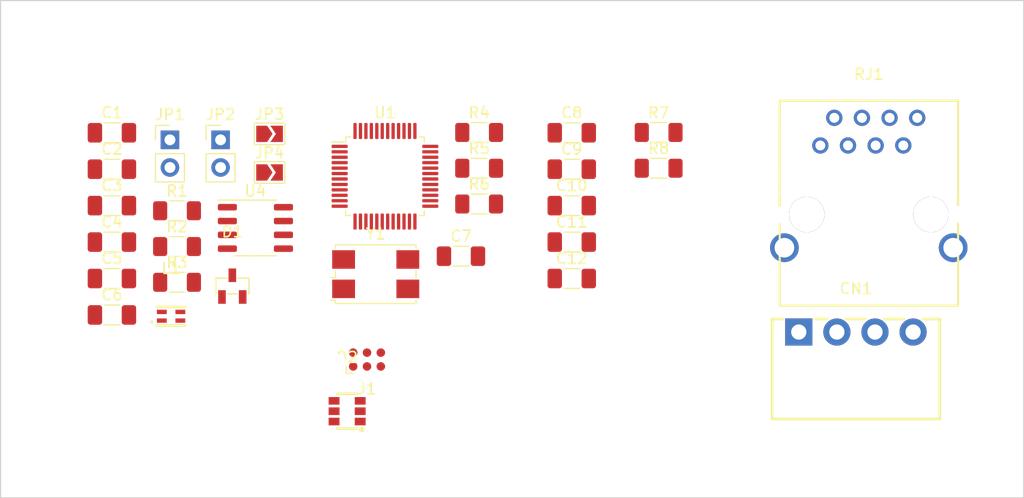
<source format=kicad_pcb>
(kicad_pcb (version 20221018) (generator pcbnew)
  (layers (0 "F.Cu" signal) (31 "B.Cu" signal) (34 "B.Paste" user) (35 "F.Paste" user) (36 "B.SilkS" user "B.Silkscreen") (37 "F.SilkS" user "F.Silkscreen") (38 "B.Mask" user) (39 "F.Mask" user) (44 "Edge.Cuts" user))
  (net 0 "")
  (net 1 "Net-(U4-CAN-)")
  (net 2 "GND")
  (net 3 "Net-(U4-CAN+)")
  (net 4 "Net-(C3-Pad2)")
  (net 6 "/CAN/CAN_LO")
  (net 7 "/CAN/CAN_HI")
  (net 8 "+5V")
  (net 9 "Net-(U4-Rsl)")
  (net 10 "/CAN/CAN_TX")
  (net 11 "/CAN/CAN_RX")
  (net 12 "NRST")
  (net 13 "SWO")
  (net 14 "SWDIO")
  (net 15 "SWCLK")
  (net 16 "VBAT")
  (net 17 "BOOT1")
  (net 18 "OSCOUT")
  (net 22 "OSCIN")
  (net 24 "BOOT0")
  (net 54 "Net-(JP1-B)")
  (net 55 "Net-(JP2-A)")
  (net 60 "CAN_LO")
  (net 61 "8P_VIN")
  (net 62 "Earth")
  (net 63 "CAN_HI")
  (footprint "Capacitor_SMD:C_1206_3216Metric_Pad1.33x1.80mm_HandSolder" (layer "F.Cu") (at 72.7875 27.3975)
    (fp_text reference "C8" (at 0 -1.85) (layer "F.SilkS"))
    (fp_text value "20p 10V")
    (fp_line (start -0.711252 -0.91) (end 0.711252 -0.91) (stroke (width 0.12)) (layer "F.SilkS"))
    (fp_line (start -0.711252 0.91) (end 0.711252 0.91) (stroke (width 0.12)) (layer "F.SilkS"))
    (pad "1" smd roundrect (at -1.5625 0) (size 1.325 1.8) (layers "F.Cu" "F.Paste" "F.Mask") (roundrect_rratio 0.188679) (net 18 "OSCOUT"))
    (pad "2" smd roundrect (at 1.5625 0) (size 1.325 1.8) (layers "F.Cu" "F.Paste" "F.Mask") (roundrect_rratio 0.188679) (net 2 "GND"))
  )
  (footprint "custom:CONN-TH_1844236" (layer "F.Cu") (at 98.89 45.72)
    (fp_text reference "CN1" (at 0 -4) (layer "F.SilkS"))
    (fp_text value "1844236")
    (fp_line (start -7.7 -1.2) (end -6.73 -1.2) (stroke (width 0.25)) (layer "F.SilkS"))
    (fp_line (start -7.7 8) (end -7.7 -1.2) (stroke (width 0.25)) (layer "F.SilkS"))
    (fp_line (start -3.77 -1.2) (end -2.62 -1.2) (stroke (width 0.25)) (layer "F.SilkS"))
    (fp_line (start -0.88 -1.2) (end 0.88 -1.2) (stroke (width 0.25)) (layer "F.SilkS"))
    (fp_line (start 2.62 -1.2) (end 4.38 -1.2) (stroke (width 0.25)) (layer "F.SilkS"))
    (fp_line (start 6.12 -1.2) (end 7.7 -1.2) (stroke (width 0.25)) (layer "F.SilkS"))
    (fp_line (start 7.7 8) (end -7.7 8) (stroke (width 0.25)) (layer "F.SilkS"))
    (fp_line (start 7.7 8) (end 7.7 -1.2) (stroke (width 0.25)) (layer "F.SilkS"))
    (pad "1" thru_hole rect (at -5.25 0) (size 2.5 2.5) (drill 1.399997) (layers "*.Cu" "*.Mask"))
    (pad "2" thru_hole circle (at -1.75 0) (size 2.5 2.5) (drill 1.399997) (layers "*.Cu" "*.Mask"))
    (pad "3" thru_hole circle (at 1.75 0) (size 2.5 2.5) (drill 1.399997) (layers "*.Cu" "*.Mask"))
    (pad "4" thru_hole circle (at 5.25 0) (size 2.5 2.5) (drill 1.399997) (layers "*.Cu" "*.Mask"))
  )
  (footprint "custom:SOT-23-3_L2.9-W1.3-P1.90-LS2.4-BL-1" (layer "F.Cu") (at 41.61 41.4975)
    (fp_text reference "D1" (at 0 -5) (layer "F.SilkS"))
    (fp_text value "ESD2CAN24T2Q")
    (fp_line (start -1.53 -0.73) (end -0.49 -0.73) (stroke (width 0.15)) (layer "F.SilkS"))
    (fp_line (start -1.53 0.72) (end -1.53 -0.73) (stroke (width 0.15)) (layer "F.SilkS"))
    (fp_line (start 0.46 0.72) (end -0.46 0.72) (stroke (width 0.15)) (layer "F.SilkS"))
    (fp_line (start 1.53 -0.73) (end 0.49 -0.73) (stroke (width 0.15)) (layer "F.SilkS"))
    (fp_line (start 1.53 0.72) (end 1.53 -0.73) (stroke (width 0.15)) (layer "F.SilkS"))
    (pad "1" smd rect (at -0.95 1 270) (size 1.25 0.7) (layers "F.Cu" "F.Paste" "F.Mask") (net 6 "/CAN/CAN_LO"))
    (pad "2" smd rect (at 0.95 1 270) (size 1.25 0.7) (layers "F.Cu" "F.Paste" "F.Mask") (net 7 "/CAN/CAN_HI"))
    (pad "3" smd rect (at 0 -1 270) (size 1.25 0.7) (layers "F.Cu" "F.Paste" "F.Mask") (net 2 "GND"))
  )
  (footprint "Capacitor_SMD:C_1206_3216Metric_Pad1.33x1.80mm_HandSolder" (layer "F.Cu") (at 72.7875 37.4475)
    (fp_text reference "C11" (at 0 -1.85) (layer "F.SilkS"))
    (fp_text value "100n 10V")
    (fp_line (start -0.711252 -0.91) (end 0.711252 -0.91) (stroke (width 0.12)) (layer "F.SilkS"))
    (fp_line (start -0.711252 0.91) (end 0.711252 0.91) (stroke (width 0.12)) (layer "F.SilkS"))
    (pad "1" smd roundrect (at -1.5625 0) (size 1.325 1.8) (layers "F.Cu" "F.Paste" "F.Mask") (roundrect_rratio 0.188679) (net 16 "VBAT"))
    (pad "2" smd roundrect (at 1.5625 0) (size 1.325 1.8) (layers "F.Cu" "F.Paste" "F.Mask") (roundrect_rratio 0.188679) (net 2 "GND"))
  )
  (footprint "Jumper:SolderJumper-2_P1.3mm_Open_TrianglePad1.0x1.5mm" (layer "F.Cu") (at 45.03 31.0475)
    (fp_text reference "JP4" (at 0 -1.8) (layer "F.SilkS"))
    (fp_text value "Jumper")
    (fp_line (start -1.4 -1) (end 1.4 -1) (stroke (width 0.12)) (layer "F.SilkS"))
    (fp_line (start -1.4 1) (end -1.4 -1) (stroke (width 0.12)) (layer "F.SilkS"))
    (fp_line (start 1.4 -1) (end 1.4 1) (stroke (width 0.12)) (layer "F.SilkS"))
    (fp_line (start 1.4 1) (end -1.4 1) (stroke (width 0.12)) (layer "F.SilkS"))
    (pad "1" smd custom (at -0.725 0) (size 0.3 0.3) (layers "F.Cu" "F.Mask") (net 55 "Net-(JP2-A)") (options (clearance outline) (anchor rect)) (primitives (gr_poly (pts (xy 1 0) (xy 0.5 0.75) (xy -0.5 0.75) (xy -0.5 -0.75) (xy 0.5 -0.75)) (width 0) (fill yes))))
    (pad "2" smd custom (at 0.725 0) (size 0.3 0.3) (layers "F.Cu" "F.Mask") (net 7 "/CAN/CAN_HI") (options (clearance outline) (anchor rect)) (primitives (gr_poly (pts (xy 0.5 0.75) (xy -0.65 0.75) (xy -0.15 0) (xy -0.65 -0.75) (xy 0.5 -0.75)) (width 0) (fill yes))))
  )
  (footprint "Resistor_SMD:R_1206_3216Metric_Pad1.30x1.75mm_HandSolder" (layer "F.Cu") (at 36.53 41.1475)
    (fp_text reference "R3" (at 0 -1.82) (layer "F.SilkS"))
    (fp_text value "1K2R")
    (fp_line (start -0.727064 -0.91) (end 0.727064 -0.91) (stroke (width 0.12)) (layer "F.SilkS"))
    (fp_line (start -0.727064 0.91) (end 0.727064 0.91) (stroke (width 0.12)) (layer "F.SilkS"))
    (pad "1" smd roundrect (at -1.55 0) (size 1.3 1.75) (layers "F.Cu" "F.Paste" "F.Mask") (roundrect_rratio 0.192308) (net 9 "Net-(U4-Rsl)"))
    (pad "2" smd roundrect (at 1.55 0) (size 1.3 1.75) (layers "F.Cu" "F.Paste" "F.Mask") (roundrect_rratio 0.192308) (net 2 "GND"))
  )
  (footprint "Connector_PinHeader_2.54mm:PinHeader_1x02_P2.54mm_Vertical" (layer "F.Cu") (at 40.53 28.0475)
    (fp_text reference "JP2" (at 0 -2.33) (layer "F.SilkS"))
    (fp_text value "Jumper")
    (fp_line (start -1.33 -1.33) (end 0 -1.33) (stroke (width 0.12)) (layer "F.SilkS"))
    (fp_line (start -1.33 0) (end -1.33 -1.33) (stroke (width 0.12)) (layer "F.SilkS"))
    (fp_line (start -1.33 1.27) (end -1.33 3.87) (stroke (width 0.12)) (layer "F.SilkS"))
    (fp_line (start -1.33 1.27) (end 1.33 1.27) (stroke (width 0.12)) (layer "F.SilkS"))
    (fp_line (start -1.33 3.87) (end 1.33 3.87) (stroke (width 0.12)) (layer "F.SilkS"))
    (fp_line (start 1.33 1.27) (end 1.33 3.87) (stroke (width 0.12)) (layer "F.SilkS"))
    (pad "1" thru_hole rect (at 0 0) (size 1.7 1.7) (drill 1) (layers "*.Cu" "*.Mask") (net 55 "Net-(JP2-A)"))
    (pad "2" thru_hole oval (at 0 2.54) (size 1.7 1.7) (drill 1) (layers "*.Cu" "*.Mask") (net 7 "/CAN/CAN_HI"))
  )
  (footprint "Resistor_SMD:R_1206_3216Metric_Pad1.30x1.75mm_HandSolder" (layer "F.Cu") (at 36.53 37.8575)
    (fp_text reference "R2" (at 0 -1.82) (layer "F.SilkS"))
    (fp_text value "60R")
    (fp_line (start -0.727064 -0.91) (end 0.727064 -0.91) (stroke (width 0.12)) (layer "F.SilkS"))
    (fp_line (start -0.727064 0.91) (end 0.727064 0.91) (stroke (width 0.12)) (layer "F.SilkS"))
    (pad "1" smd roundrect (at -1.55 0) (size 1.3 1.75) (layers "F.Cu" "F.Paste" "F.Mask") (roundrect_rratio 0.192308) (net 4 "Net-(C3-Pad2)"))
    (pad "2" smd roundrect (at 1.55 0) (size 1.3 1.75) (layers "F.Cu" "F.Paste" "F.Mask") (roundrect_rratio 0.192308) (net 54 "Net-(JP1-B)"))
  )
  (footprint "Capacitor_SMD:C_1206_3216Metric_Pad1.33x1.80mm_HandSolder" (layer "F.Cu") (at 72.7875 30.7475)
    (fp_text reference "C9" (at 0 -1.85) (layer "F.SilkS"))
    (fp_text value "20p 10V")
    (fp_line (start -0.711252 -0.91) (end 0.711252 -0.91) (stroke (width 0.12)) (layer "F.SilkS"))
    (fp_line (start -0.711252 0.91) (end 0.711252 0.91) (stroke (width 0.12)) (layer "F.SilkS"))
    (pad "1" smd roundrect (at -1.5625 0) (size 1.325 1.8) (layers "F.Cu" "F.Paste" "F.Mask") (roundrect_rratio 0.188679) (net 22 "OSCIN"))
    (pad "2" smd roundrect (at 1.5625 0) (size 1.325 1.8) (layers "F.Cu" "F.Paste" "F.Mask") (roundrect_rratio 0.188679) (net 2 "GND"))
  )
  (footprint "Crystal:Crystal_SMD_7050-4Pin_7.0x5.0mm" (layer "F.Cu") (at 54.78 40.3975)
    (fp_text reference "Y1" (at 0 -3.7) (layer "F.SilkS"))
    (fp_text value "8 MHz")
    (fp_line (start -4.2 0.3) (end -3.7 0.3) (stroke (width 0.12)) (layer "F.SilkS"))
    (fp_line (start -4.2 2.4) (end -3.7 2.4) (stroke (width 0.12)) (layer "F.SilkS"))
    (fp_line (start -3.7 -2.7) (end 3.7 -2.7) (stroke (width 0.12)) (layer "F.SilkS"))
    (fp_line (start -3.7 -2.4) (end -3.7 -2.7) (stroke (width 0.12)) (layer "F.SilkS"))
    (fp_line (start -3.7 0.3) (end -3.7 -0.3) (stroke (width 0.12)) (layer "F.SilkS"))
    (fp_line (start -3.7 2.4) (end -3.7 2.7) (stroke (width 0.12)) (layer "F.SilkS"))
    (fp_line (start -3.7 2.7) (end 3.7 2.7) (stroke (width 0.12)) (layer "F.SilkS"))
    (fp_line (start 3.7 -2.7) (end 3.7 -2.4) (stroke (width 0.12)) (layer "F.SilkS"))
    (fp_line (start 3.7 -0.3) (end 3.7 0.3) (stroke (width 0.12)) (layer "F.SilkS"))
    (fp_line (start 3.7 2.7) (end 3.7 2.4) (stroke (width 0.12)) (layer "F.SilkS"))
    (pad "1" smd rect (at -2.95 1.35) (size 2.1 1.7) (layers "F.Cu" "F.Paste" "F.Mask") (net 22 "OSCIN"))
    (pad "2" smd rect (at 2.95 1.35) (size 2.1 1.7) (layers "F.Cu" "F.Paste" "F.Mask"))
    (pad "3" smd rect (at 2.95 -1.35) (size 2.1 1.7) (layers "F.Cu" "F.Paste" "F.Mask") (net 18 "OSCOUT"))
    (pad "4" smd rect (at -2.95 -1.35) (size 2.1 1.7) (layers "F.Cu" "F.Paste" "F.Mask"))
  )
  (footprint "Package_QFP:LQFP-48_7x7mm_P0.5mm" (layer "F.Cu") (at 55.63 31.3975)
    (fp_text reference "U1" (at 0 -5.85) (layer "F.SilkS"))
    (fp_text value "STM32F103CBT6")
    (fp_line (start -3.61 -3.61) (end -3.61 -3.16) (stroke (width 0.12)) (layer "F.SilkS"))
    (fp_line (start -3.61 -3.16) (end -4.9 -3.16) (stroke (width 0.12)) (layer "F.SilkS"))
    (fp_line (start -3.61 3.61) (end -3.61 3.16) (stroke (width 0.12)) (layer "F.SilkS"))
    (fp_line (start -3.16 -3.61) (end -3.61 -3.61) (stroke (width 0.12)) (layer "F.SilkS"))
    (fp_line (start -3.16 3.61) (end -3.61 3.61) (stroke (width 0.12)) (layer "F.SilkS"))
    (fp_line (start 3.16 -3.61) (end 3.61 -3.61) (stroke (width 0.12)) (layer "F.SilkS"))
    (fp_line (start 3.16 3.61) (end 3.61 3.61) (stroke (width 0.12)) (layer "F.SilkS"))
    (fp_line (start 3.61 -3.61) (end 3.61 -3.16) (stroke (width 0.12)) (layer "F.SilkS"))
    (fp_line (start 3.61 3.61) (end 3.61 3.16) (stroke (width 0.12)) (layer "F.SilkS"))
    (pad "1" smd roundrect (at -4.1625 -2.75) (size 1.475 0.3) (layers "F.Cu" "F.Paste" "F.Mask") (net 16 "VBAT"))
    (pad "2" smd roundrect (at -4.1625 -2.25) (size 1.475 0.3) (layers "F.Cu" "F.Paste" "F.Mask"))
    (pad "3" smd roundrect (at -4.1625 -1.75) (size 1.475 0.3) (layers "F.Cu" "F.Paste" "F.Mask"))
    (pad "4" smd roundrect (at -4.1625 -1.25) (size 1.475 0.3) (layers "F.Cu" "F.Paste" "F.Mask"))
    (pad "5" smd roundrect (at -4.1625 -0.75) (size 1.475 0.3) (layers "F.Cu" "F.Paste" "F.Mask") (net 18 "OSCOUT"))
    (pad "6" smd roundrect (at -4.1625 -0.25) (size 1.475 0.3) (layers "F.Cu" "F.Paste" "F.Mask") (net 22 "OSCIN"))
    (pad "7" smd roundrect (at -4.1625 0.25) (size 1.475 0.3) (layers "F.Cu" "F.Paste" "F.Mask") (net 12 "NRST"))
    (pad "8" smd roundrect (at -4.1625 0.75) (size 1.475 0.3) (layers "F.Cu" "F.Paste" "F.Mask") (net 2 "GND"))
    (pad "9" smd roundrect (at -4.1625 1.25) (size 1.475 0.3) (layers "F.Cu" "F.Paste" "F.Mask") (net 16 "VBAT"))
    (pad "10" smd roundrect (at -4.1625 1.75) (size 1.475 0.3) (layers "F.Cu" "F.Paste" "F.Mask"))
    (pad "11" smd roundrect (at -4.1625 2.25) (size 1.475 0.3) (layers "F.Cu" "F.Paste" "F.Mask"))
    (pad "12" smd roundrect (at -4.1625 2.75) (size 1.475 0.3) (layers "F.Cu" "F.Paste" "F.Mask"))
    (pad "13" smd roundrect (at -2.75 4.1625) (size 0.3 1.475) (layers "F.Cu" "F.Paste" "F.Mask"))
    (pad "14" smd roundrect (at -2.25 4.1625) (size 0.3 1.475) (layers "F.Cu" "F.Paste" "F.Mask"))
    (pad "15" smd roundrect (at -1.75 4.1625) (size 0.3 1.475) (layers "F.Cu" "F.Paste" "F.Mask"))
    (pad "16" smd roundrect (at -1.25 4.1625) (size 0.3 1.475) (layers "F.Cu" "F.Paste" "F.Mask"))
    (pad "17" smd roundrect (at -0.75 4.1625) (size 0.3 1.475) (layers "F.Cu" "F.Paste" "F.Mask"))
    (pad "18" smd roundrect (at -0.25 4.1625) (size 0.3 1.475) (layers "F.Cu" "F.Paste" "F.Mask"))
    (pad "19" smd roundrect (at 0.25 4.1625) (size 0.3 1.475) (layers "F.Cu" "F.Paste" "F.Mask"))
    (pad "20" smd roundrect (at 0.75 4.1625) (size 0.3 1.475) (layers "F.Cu" "F.Paste" "F.Mask") (net 17 "BOOT1"))
    (pad "21" smd roundrect (at 1.25 4.1625) (size 0.3 1.475) (layers "F.Cu" "F.Paste" "F.Mask"))
    (pad "22" smd roundrect (at 1.75 4.1625) (size 0.3 1.475) (layers "F.Cu" "F.Paste" "F.Mask"))
    (pad "23" smd roundrect (at 2.25 4.1625) (size 0.3 1.475) (layers "F.Cu" "F.Paste" "F.Mask") (net 2 "GND"))
    (pad "24" smd roundrect (at 2.75 4.1625) (size 0.3 1.475) (layers "F.Cu" "F.Paste" "F.Mask") (net 16 "VBAT"))
    (pad "25" smd roundrect (at 4.1625 2.75) (size 1.475 0.3) (layers "F.Cu" "F.Paste" "F.Mask"))
    (pad "26" smd roundrect (at 4.1625 2.25) (size 1.475 0.3) (layers "F.Cu" "F.Paste" "F.Mask"))
    (pad "27" smd roundrect (at 4.1625 1.75) (size 1.475 0.3) (layers "F.Cu" "F.Paste" "F.Mask"))
    (pad "28" smd roundrect (at 4.1625 1.25) (size 1.475 0.3) (layers "F.Cu" "F.Paste" "F.Mask"))
    (pad "29" smd roundrect (at 4.1625 0.75) (size 1.475 0.3) (layers "F.Cu" "F.Paste" "F.Mask"))
    (pad "30" smd roundrect (at 4.1625 0.25) (size 1.475 0.3) (layers "F.Cu" "F.Paste" "F.Mask"))
    (pad "31" smd roundrect (at 4.1625 -0.25) (size 1.475 0.3) (layers "F.Cu" "F.Paste" "F.Mask"))
    (pad "32" smd roundrect (at 4.1625 -0.75) (size 1.475 0.3) (layers "F.Cu" "F.Paste" "F.Mask"))
    (pad "33" smd roundrect (at 4.1625 -1.25) (size 1.475 0.3) (layers "F.Cu" "F.Paste" "F.Mask"))
    (pad "34" smd roundrect (at 4.1625 -1.75) (size 1.475 0.3) (layers "F.Cu" "F.Paste" "F.Mask") (net 14 "SWDIO"))
    (pad "35" smd roundrect (at 4.1625 -2.25) (size 1.475 0.3) (layers "F.Cu" "F.Paste" "F.Mask") (net 2 "GND"))
    (pad "36" smd roundrect (at 4.1625 -2.75) (size 1.475 0.3) (layers "F.Cu" "F.Paste" "F.Mask") (net 16 "VBAT"))
    (pad "37" smd roundrect (at 2.75 -4.1625) (size 0.3 1.475) (layers "F.Cu" "F.Paste" "F.Mask") (net 15 "SWCLK"))
    (pad "38" smd roundrect (at 2.25 -4.1625) (size 0.3 1.475) (layers "F.Cu" "F.Paste" "F.Mask"))
    (pad "39" smd roundrect (at 1.75 -4.1625) (size 0.3 1.475) (layers "F.Cu" "F.Paste" "F.Mask") (net 13 "SWO"))
    (pad "40" smd roundrect (at 1.25 -4.1625) (size 0.3 1.475) (layers "F.Cu" "F.Paste" "F.Mask"))
    (pad "41" smd roundrect (at 0.75 -4.1625) (size 0.3 1.475) (layers "F.Cu" "F.Paste" "F.Mask"))
    (pad "42" smd roundrect (at 0.25 -4.1625) (size 0.3 1.475) (layers "F.Cu" "F.Paste" "F.Mask"))
    (pad "43" smd roundrect (at -0.25 -4.1625) (size 0.3 1.475) (layers "F.Cu" "F.Paste" "F.Mask"))
    (pad "44" smd roundrect (at -0.75 -4.1625) (size 0.3 1.475) (layers "F.Cu" "F.Paste" "F.Mask") (net 24 "BOOT0"))
    (pad "45" smd roundrect (at -1.25 -4.1625) (size 0.3 1.475) (layers "F.Cu" "F.Paste" "F.Mask"))
    (pad "46" smd roundrect (at -1.75 -4.1625) (size 0.3 1.475) (layers "F.Cu" "F.Paste" "F.Mask"))
    (pad "47" smd roundrect (at -2.25 -4.1625) (size 0.3 1.475) (layers "F.Cu" "F.Paste" "F.Mask") (net 2 "GND"))
    (pad "48" smd roundrect (at -2.75 -4.1625) (size 0.3 1.475) (layers "F.Cu" "F.Paste" "F.Mask") (net 16 "VBAT"))
  )
  (footprint "Capacitor_SMD:C_1206_3216Metric_Pad1.33x1.80mm_HandSolder" (layer "F.Cu") (at 30.55 44.1475)
    (fp_text reference "C6" (at 0 -1.85) (layer "F.SilkS"))
    (fp_text value "100nF 10V")
    (fp_line (start -0.711252 -0.91) (end 0.711252 -0.91) (stroke (width 0.12)) (layer "F.SilkS"))
    (fp_line (start -0.711252 0.91) (end 0.711252 0.91) (stroke (width 0.12)) (layer "F.SilkS"))
    (pad "1" smd roundrect (at -1.5625 0) (size 1.325 1.8) (layers "F.Cu" "F.Paste" "F.Mask") (roundrect_rratio 0.188679) (net 8 "+5V"))
    (pad "2" smd roundrect (at 1.5625 0) (size 1.325 1.8) (layers "F.Cu" "F.Paste" "F.Mask") (roundrect_rratio 0.188679) (net 2 "GND"))
  )
  (footprint "Resistor_SMD:R_1206_3216Metric_Pad1.30x1.75mm_HandSolder" (layer "F.Cu") (at 36.53 34.5675)
    (fp_text reference "R1" (at 0 -1.82) (layer "F.SilkS"))
    (fp_text value "60R")
    (fp_line (start -0.727064 -0.91) (end 0.727064 -0.91) (stroke (width 0.12)) (layer "F.SilkS"))
    (fp_line (start -0.727064 0.91) (end 0.727064 0.91) (stroke (width 0.12)) (layer "F.SilkS"))
    (pad "1" smd roundrect (at -1.55 0) (size 1.3 1.75) (layers "F.Cu" "F.Paste" "F.Mask") (roundrect_rratio 0.192308) (net 55 "Net-(JP2-A)"))
    (pad "2" smd roundrect (at 1.55 0) (size 1.3 1.75) (layers "F.Cu" "F.Paste" "F.Mask") (roundrect_rratio 0.192308) (net 4 "Net-(C3-Pad2)"))
  )
  (footprint "Resistor_SMD:R_1206_3216Metric_Pad1.30x1.75mm_HandSolder" (layer "F.Cu") (at 80.7675 27.3675)
    (fp_text reference "R7" (at 0 -1.82) (layer "F.SilkS"))
    (fp_text value "10K")
    (fp_line (start -0.727064 -0.91) (end 0.727064 -0.91) (stroke (width 0.12)) (layer "F.SilkS"))
    (fp_line (start -0.727064 0.91) (end 0.727064 0.91) (stroke (width 0.12)) (layer "F.SilkS"))
    (pad "1" smd roundrect (at -1.55 0) (size 1.3 1.75) (layers "F.Cu" "F.Paste" "F.Mask") (roundrect_rratio 0.192308) (net 16 "VBAT"))
    (pad "2" smd roundrect (at 1.55 0) (size 1.3 1.75) (layers "F.Cu" "F.Paste" "F.Mask") (roundrect_rratio 0.192308) (net 14 "SWDIO"))
  )
  (footprint "custom:TSOP-6_L3.0-W1.5-P0.95-LS2.8-BR" (layer "F.Cu") (at 52.155 52.9975)
    (fp_text reference "D2" (at 0 -4.95) (layer "F.SilkS"))
    (fp_text value "IP4220CZ6")
    (fp_line (start -0.9 -1.6) (end 0.9 -1.6) (stroke (width 0.25)) (layer "F.SilkS"))
    (fp_line (start -0.9 1.6) (end 0.9 1.6) (stroke (width 0.25)) (layer "F.SilkS"))
    (fp_circle (center 1.35 1.68) (end 1.48 1.68) (stroke (width 0.25)) (fill none) (layer "F.SilkS"))
    (pad "1" smd rect (at 1.2 0.95) (size 1 0.7) (layers "F.Cu" "F.Paste" "F.Mask") (net 13 "SWO"))
    (pad "2" smd rect (at 1.2 0) (size 1 0.7) (layers "F.Cu" "F.Paste" "F.Mask") (net 2 "GND"))
    (pad "3" smd rect (at 1.2 -0.95) (size 1 0.7) (layers "F.Cu" "F.Paste" "F.Mask") (net 14 "SWDIO"))
    (pad "4" smd rect (at -1.2 -0.95) (size 1 0.7) (layers "F.Cu" "F.Paste" "F.Mask") (net 15 "SWCLK"))
    (pad "5" smd rect (at -1.2 0) (size 1 0.7) (layers "F.Cu" "F.Paste" "F.Mask") (net 16 "VBAT"))
    (pad "6" smd rect (at -1.2 0.95) (size 1 0.7) (layers "F.Cu" "F.Paste" "F.Mask") (net 12 "NRST"))
  )
  (footprint "Package_SO:SO-8_3.9x4.9mm_P1.27mm" (layer "F.Cu") (at 43.73 36.1475)
    (fp_text reference "U4" (at 0 -3.4) (layer "F.SilkS"))
    (fp_text value "PCA82C250")
    (fp_line (start 0 -2.56) (end -3.45 -2.56) (stroke (width 0.12)) (layer "F.SilkS"))
    (fp_line (start 0 -2.56) (end 1.95 -2.56) (stroke (width 0.12)) (layer "F.SilkS"))
    (fp_line (start 0 2.56) (end -1.95 2.56) (stroke (width 0.12)) (layer "F.SilkS"))
    (fp_line (start 0 2.56) (end 1.95 2.56) (stroke (width 0.12)) (layer "F.SilkS"))
    (pad "1" smd roundrect (at -2.575 -1.905) (size 1.75 0.6) (layers "F.Cu" "F.Paste" "F.Mask") (net 10 "/CAN/CAN_TX"))
    (pad "2" smd roundrect (at -2.575 -0.635) (size 1.75 0.6) (layers "F.Cu" "F.Paste" "F.Mask") (net 2 "GND"))
    (pad "3" smd roundrect (at -2.575 0.635) (size 1.75 0.6) (layers "F.Cu" "F.Paste" "F.Mask") (net 8 "+5V"))
    (pad "4" smd roundrect (at -2.575 1.905) (size 1.75 0.6) (layers "F.Cu" "F.Paste" "F.Mask") (net 11 "/CAN/CAN_RX"))
    (pad "5" smd roundrect (at 2.575 1.905) (size 1.75 0.6) (layers "F.Cu" "F.Paste" "F.Mask"))
    (pad "6" smd roundrect (at 2.575 0.635) (size 1.75 0.6) (layers "F.Cu" "F.Paste" "F.Mask") (net 1 "Net-(U4-CAN-)"))
    (pad "7" smd roundrect (at 2.575 -0.635) (size 1.75 0.6) (layers "F.Cu" "F.Paste" "F.Mask") (net 3 "Net-(U4-CAN+)"))
    (pad "8" smd roundrect (at 2.575 -1.905) (size 1.75 0.6) (layers "F.Cu" "F.Paste" "F.Mask") (net 9 "Net-(U4-Rsl)"))
  )
  (footprint "Capacitor_SMD:C_1206_3216Metric_Pad1.33x1.80mm_HandSolder" (layer "F.Cu") (at 72.7875 40.7975)
    (fp_text reference "C12" (at 0 -1.85) (layer "F.SilkS"))
    (fp_text value "100n 10V")
    (fp_line (start -0.711252 -0.91) (end 0.711252 -0.91) (stroke (width 0.12)) (layer "F.SilkS"))
    (fp_line (start -0.711252 0.91) (end 0.711252 0.91) (stroke (width 0.12)) (layer "F.SilkS"))
    (pad "1" smd roundrect (at -1.5625 0) (size 1.325 1.8) (layers "F.Cu" "F.Paste" "F.Mask") (roundrect_rratio 0.188679) (net 16 "VBAT"))
    (pad "2" smd roundrect (at 1.5625 0) (size 1.325 1.8) (layers "F.Cu" "F.Paste" "F.Mask") (roundrect_rratio 0.188679) (net 2 "GND"))
  )
  (footprint "Resistor_SMD:R_1206_3216Metric_Pad1.30x1.75mm_HandSolder" (layer "F.Cu") (at 64.28 30.6575)
    (fp_text reference "R5" (at 0 -1.82) (layer "F.SilkS"))
    (fp_text value "10K")
    (fp_line (start -0.727064 -0.91) (end 0.727064 -0.91) (stroke (width 0.12)) (layer "F.SilkS"))
    (fp_line (start -0.727064 0.91) (end 0.727064 0.91) (stroke (width 0.12)) (layer "F.SilkS"))
    (pad "1" smd roundrect (at -1.55 0) (size 1.3 1.75) (layers "F.Cu" "F.Paste" "F.Mask") (roundrect_rratio 0.192308) (net 2 "GND"))
    (pad "2" smd roundrect (at 1.55 0) (size 1.3 1.75) (layers "F.Cu" "F.Paste" "F.Mask") (roundrect_rratio 0.192308) (net 17 "BOOT1"))
  )
  (footprint "custom:RJ45-TH_DS1127-S80BP" (layer "F.Cu") (at 100.07 31.995)
    (fp_text reference "RJ1" (at 0 -9.97) (layer "F.SilkS"))
    (fp_text value "DS1125")
    (fp_line (start -8.2 2.12) (end -8.18 -7.55) (stroke (width 0.2)) (layer "F.SilkS"))
    (fp_line (start -8.18 -7.55) (end -4.37 -7.55) (stroke (width 0.2)) (layer "F.SilkS"))
    (fp_line (start -8.18 2.07) (end -8.18 1.21) (stroke (width 0.2)) (layer "F.SilkS"))
    (fp_line (start -8.18 11.3) (end -8.18 3.76) (stroke (width 0.2)) (layer "F.SilkS"))
    (fp_line (start 6.94 -7.55) (end -4.61 -7.55) (stroke (width 0.2)) (layer "F.SilkS"))
    (fp_line (start 8.2 -7.55) (end 6.67 -7.55) (stroke (width 0.2)) (layer "F.SilkS"))
    (fp_line (start 8.2 2.02) (end 8.2 -7.55) (stroke (width 0.2)) (layer "F.SilkS"))
    (fp_line (start 8.2 2.07) (end 8.2 1.21) (stroke (width 0.2)) (layer "F.SilkS"))
    (fp_line (start 8.2 3.76) (end 8.2 11.3) (stroke (width 0.2)) (layer "F.SilkS"))
    (fp_line (start 8.2 11.3) (end -8.18 11.3) (stroke (width 0.2)) (layer "F.SilkS"))
    (pad "" thru_hole circle (at -5.7 2.92) (size 3.25 3.25) (drill 3.25) (layers "*.Cu" "*.Mask"))
    (pad "" thru_hole circle (at 5.7 2.92) (size 3.25 3.25) (drill 3.25) (layers "*.Cu" "*.Mask"))
    (pad "0" thru_hole circle (at -7.75 5.97) (size 2.64 2.64) (drill 1.799996) (layers "*.Cu" "*.Mask") (net 62 "Earth"))
    (pad "0" thru_hole circle (at 7.75 5.97 180) (size 2.64 2.64) (drill 1.799996) (layers "*.Cu" "*.Mask") (net 62 "Earth"))
    (pad "1" thru_hole circle (at -4.45 -3.43 180) (size 1.5 1.5) (drill 0.9144) (layers "*.Cu" "*.Mask") (net 63 "CAN_HI"))
    (pad "2" thru_hole circle (at -3.17 -5.97 180) (size 1.5 1.5) (drill 0.9144) (layers "*.Cu" "*.Mask") (net 60 "CAN_LO"))
    (pad "3" thru_hole circle (at -1.91 -3.43 180) (size 1.5 1.5) (drill 0.9144) (layers "*.Cu" "*.Mask") (net 2 "GND"))
    (pad "4" thru_hole circle (at -0.63 -5.97 180) (size 1.5 1.5) (drill 0.9144) (layers "*.Cu" "*.Mask") (net 61 "8P_VIN"))
    (pad "5" thru_hole circle (at 0.63 -3.43 180) (size 1.5 1.5) (drill 0.9144) (layers "*.Cu" "*.Mask") (net 61 "8P_VIN"))
    (pad "6" thru_hole circle (at 1.91 -5.97 180) (size 1.5 1.5) (drill 0.9144) (layers "*.Cu" "*.Mask") (net 62 "Earth"))
    (pad "7" thru_hole circle (at 3.17 -3.43 180) (size 1.5 1.5) (drill 0.9144) (layers "*.Cu" "*.Mask") (net 2 "GND"))
    (pad "8" thru_hole circle (at 4.45 -5.97 180) (size 1.5 1.5) (drill 0.9144) (layers "*.Cu" "*.Mask") (net 61 "8P_VIN"))
  )
  (footprint "Connector:Tag-Connect_TC2030-IDC-NL_2x03_P1.27mm_Vertical" (layer "F.Cu") (at 53.98 48.2475)
    (fp_text reference "J1" (at 0 2.7) (layer "F.SilkS"))
    (fp_text value "TC2030-NL")
    (fp_line (start -1.905 1.27) (end -1.905 0.635) (stroke (width 0.12)) (layer "F.SilkS"))
    (fp_line (start -1.27 1.27) (end -1.905 1.27) (stroke (width 0.12)) (layer "F.SilkS"))
    (pad "" np_thru_hole circle (at -2.54 0) (size 0.9906 0.9906) (drill 0.9906) (layers "*.Cu" "*.Mask"))
    (pad "" np_thru_hole circle (at 2.54 -1.016) (size 0.9906 0.9906) (drill 0.9906) (layers "*.Cu" "*.Mask"))
    (pad "" np_thru_hole circle (at 2.54 1.016) (size 0.9906 0.9906) (drill 0.9906) (layers "*.Cu" "*.Mask"))
    (pad "1" connect circle (at -1.27 0.635) (size 0.7874 0.7874) (layers "F.Cu" "F.Mask") (net 16 "VBAT"))
    (pad "2" connect circle (at -1.27 -0.635) (size 0.7874 0.7874) (layers "F.Cu" "F.Mask") (net 14 "SWDIO"))
    (pad "3" connect circle (at 0 0.635) (size 0.7874 0.7874) (layers "F.Cu" "F.Mask") (net 12 "NRST"))
    (pad "4" connect circle (at 0 -0.635) (size 0.7874 0.7874) (layers "F.Cu" "F.Mask") (net 15 "SWCLK"))
    (pad "5" connect circle (at 1.27 0.635) (size 0.7874 0.7874) (layers "F.Cu" "F.Mask") (net 2 "GND"))
    (pad "6" connect circle (at 1.27 -0.635) (size 0.7874 0.7874) (layers "F.Cu" "F.Mask") (net 13 "SWO"))
  )
  (footprint "Capacitor_SMD:C_1206_3216Metric_Pad1.33x1.80mm_HandSolder" (layer "F.Cu") (at 30.55 30.7475)
    (fp_text reference "C2" (at 0 -1.85) (layer "F.SilkS"))
    (fp_text value "100pF 50V")
    (fp_line (start -0.711252 -0.91) (end 0.711252 -0.91) (stroke (width 0.12)) (layer "F.SilkS"))
    (fp_line (start -0.711252 0.91) (end 0.711252 0.91) (stroke (width 0.12)) (layer "F.SilkS"))
    (pad "1" smd roundrect (at -1.5625 0) (size 1.325 1.8) (layers "F.Cu" "F.Paste" "F.Mask") (roundrect_rratio 0.188679) (net 3 "Net-(U4-CAN+)"))
    (pad "2" smd roundrect (at 1.5625 0) (size 1.325 1.8) (layers "F.Cu" "F.Paste" "F.Mask") (roundrect_rratio 0.188679) (net 2 "GND"))
  )
  (footprint "Resistor_SMD:R_1206_3216Metric_Pad1.30x1.75mm_HandSolder" (layer "F.Cu") (at 80.7675 30.6575)
    (fp_text reference "R8" (at 0 -1.82) (layer "F.SilkS"))
    (fp_text value "10K")
    (fp_line (start -0.727064 -0.91) (end 0.727064 -0.91) (stroke (width 0.12)) (layer "F.SilkS"))
    (fp_line (start -0.727064 0.91) (end 0.727064 0.91) (stroke (width 0.12)) (layer "F.SilkS"))
    (pad "1" smd roundrect (at -1.55 0) (size 1.3 1.75) (layers "F.Cu" "F.Paste" "F.Mask") (roundrect_rratio 0.192308) (net 2 "GND"))
    (pad "2" smd roundrect (at 1.55 0) (size 1.3 1.75) (layers "F.Cu" "F.Paste" "F.Mask") (roundrect_rratio 0.192308) (net 15 "SWCLK"))
  )
  (footprint "Capacitor_SMD:C_1206_3216Metric_Pad1.33x1.80mm_HandSolder" (layer "F.Cu") (at 30.55 34.0975)
    (fp_text reference "C3" (at 0 -1.85) (layer "F.SilkS"))
    (fp_text value "4n7 100V")
    (fp_line (start -0.711252 -0.91) (end 0.711252 -0.91) (stroke (width 0.12)) (layer "F.SilkS"))
    (fp_line (start -0.711252 0.91) (end 0.711252 0.91) (stroke (width 0.12)) (layer "F.SilkS"))
    (pad "1" smd roundrect (at -1.5625 0) (size 1.325 1.8) (layers "F.Cu" "F.Paste" "F.Mask") (roundrect_rratio 0.188679) (net 2 "GND"))
    (pad "2" smd roundrect (at 1.5625 0) (size 1.325 1.8) (layers "F.Cu" "F.Paste" "F.Mask") (roundrect_rratio 0.188679) (net 4 "Net-(C3-Pad2)"))
  )
  (footprint "Capacitor_SMD:C_1206_3216Metric_Pad1.33x1.80mm_HandSolder" (layer "F.Cu") (at 30.55 27.3975)
    (fp_text reference "C1" (at 0 -1.85) (layer "F.SilkS"))
    (fp_text value "100pF 50V")
    (fp_line (start -0.711252 -0.91) (end 0.711252 -0.91) (stroke (width 0.12)) (layer "F.SilkS"))
    (fp_line (start -0.711252 0.91) (end 0.711252 0.91) (stroke (width 0.12)) (layer "F.SilkS"))
    (pad "1" smd roundrect (at -1.5625 0) (size 1.325 1.8) (layers "F.Cu" "F.Paste" "F.Mask") (roundrect_rratio 0.188679) (net 1 "Net-(U4-CAN-)"))
    (pad "2" smd roundrect (at 1.5625 0) (size 1.325 1.8) (layers "F.Cu" "F.Paste" "F.Mask") (roundrect_rratio 0.188679) (net 2 "GND"))
  )
  (footprint "Capacitor_SMD:C_1206_3216Metric_Pad1.33x1.80mm_HandSolder" (layer "F.Cu") (at 30.55 37.4475)
    (fp_text reference "C4" (at 0 -1.85) (layer "F.SilkS"))
    (fp_text value "100pF 50V")
    (fp_line (start -0.711252 -0.91) (end 0.711252 -0.91) (stroke (width 0.12)) (layer "F.SilkS"))
    (fp_line (start -0.711252 0.91) (end 0.711252 0.91) (stroke (width 0.12)) (layer "F.SilkS"))
    (pad "1" smd roundrect (at -1.5625 0) (size 1.325 1.8) (layers "F.Cu" "F.Paste" "F.Mask") (roundrect_rratio 0.188679) (net 6 "/CAN/CAN_LO"))
    (pad "2" smd roundrect (at 1.5625 0) (size 1.325 1.8) (layers "F.Cu" "F.Paste" "F.Mask") (roundrect_rratio 0.188679) (net 2 "GND"))
  )
  (footprint "Capacitor_SMD:C_1206_3216Metric_Pad1.33x1.80mm_HandSolder" (layer "F.Cu") (at 62.61 38.7475)
    (fp_text reference "C7" (at 0 -1.85) (layer "F.SilkS"))
    (fp_text value "100n 10V")
    (fp_line (start -0.711252 -0.91) (end 0.711252 -0.91) (stroke (width 0.12)) (layer "F.SilkS"))
    (fp_line (start -0.711252 0.91) (end 0.711252 0.91) (stroke (width 0.12)) (layer "F.SilkS"))
    (pad "1" smd roundrect (at -1.5625 0) (size 1.325 1.8) (layers "F.Cu" "F.Paste" "F.Mask") (roundrect_rratio 0.188679) (net 12 "NRST"))
    (pad "2" smd roundrect (at 1.5625 0) (size 1.325 1.8) (layers "F.Cu" "F.Paste" "F.Mask") (roundrect_rratio 0.188679) (net 2 "GND"))
  )
  (footprint "Connector_PinHeader_2.54mm:PinHeader_1x02_P2.54mm_Vertical" (layer "F.Cu") (at 35.88 28.0475)
    (fp_text reference "JP1" (at 0 -2.33) (layer "F.SilkS"))
    (fp_text value "Jumper")
    (fp_line (start -1.33 -1.33) (end 0 -1.33) (stroke (width 0.12)) (layer "F.SilkS"))
    (fp_line (start -1.33 0) (end -1.33 -1.33) (stroke (width 0.12)) (layer "F.SilkS"))
    (fp_line (start -1.33 1.27) (end -1.33 3.87) (stroke (width 0.12)) (layer "F.SilkS"))
    (fp_line (start -1.33 1.27) (end 1.33 1.27) (stroke (width 0.12)) (layer "F.SilkS"))
    (fp_line (start -1.33 3.87) (end 1.33 3.87) (stroke (width 0.12)) (layer "F.SilkS"))
    (fp_line (start 1.33 1.27) (end 1.33 3.87) (stroke (width 0.12)) (layer "F.SilkS"))
    (pad "1" thru_hole rect (at 0 0) (size 1.7 1.7) (drill 1) (layers "*.Cu" "*.Mask") (net 6 "/CAN/CAN_LO"))
    (pad "2" thru_hole oval (at 0 2.54) (size 1.7 1.7) (drill 1) (layers "*.Cu" "*.Mask") (net 54 "Net-(JP1-B)"))
  )
  (footprint "Jumper:SolderJumper-2_P1.3mm_Open_TrianglePad1.0x1.5mm" (layer "F.Cu") (at 45.03 27.4975)
    (fp_text reference "JP3" (at 0 -1.8) (layer "F.SilkS"))
    (fp_text value "Jumper")
    (fp_line (start -1.4 -1) (end 1.4 -1) (stroke (width 0.12)) (layer "F.SilkS"))
    (fp_line (start -1.4 1) (end -1.4 -1) (stroke (width 0.12)) (layer "F.SilkS"))
    (fp_line (start 1.4 -1) (end 1.4 1) (stroke (width 0.12)) (layer "F.SilkS"))
    (fp_line (start 1.4 1) (end -1.4 1) (stroke (width 0.12)) (layer "F.SilkS"))
    (pad "1" smd custom (at -0.725 0) (size 0.3 0.3) (layers "F.Cu" "F.Mask") (net 6 "/CAN/CAN_LO") (options (clearance outline) (anchor rect)) (primitives (gr_poly (pts (xy 1 0) (xy 0.5 0.75) (xy -0.5 0.75) (xy -0.5 -0.75) (xy 0.5 -0.75)) (width 0) (fill yes))))
    (pad "2" smd custom (at 0.725 0) (size 0.3 0.3) (layers "F.Cu" "F.Mask") (net 54 "Net-(JP1-B)") (options (clearance outline) (anchor rect)) (primitives (gr_poly (pts (xy 0.5 0.75) (xy -0.65 0.75) (xy -0.15 0) (xy -0.65 -0.75) (xy 0.5 -0.75)) (width 0) (fill yes))))
  )
  (footprint "Resistor_SMD:R_1206_3216Metric_Pad1.30x1.75mm_HandSolder" (layer "F.Cu") (at 64.28 33.9475)
    (fp_text reference "R6" (at 0 -1.82) (layer "F.SilkS"))
    (fp_text value "10K")
    (fp_line (start -0.727064 -0.91) (end 0.727064 -0.91) (stroke (width 0.12)) (layer "F.SilkS"))
    (fp_line (start -0.727064 0.91) (end 0.727064 0.91) (stroke (width 0.12)) (layer "F.SilkS"))
    (pad "1" smd roundrect (at -1.55 0) (size 1.3 1.75) (layers "F.Cu" "F.Paste" "F.Mask") (roundrect_rratio 0.192308) (net 2 "GND"))
    (pad "2" smd roundrect (at 1.55 0) (size 1.3 1.75) (layers "F.Cu" "F.Paste" "F.Mask") (roundrect_rratio 0.192308) (net 24 "BOOT0"))
  )
  (footprint "Capacitor_SMD:C_1206_3216Metric_Pad1.33x1.80mm_HandSolder" (layer "F.Cu") (at 30.55 40.7975)
    (fp_text reference "C5" (at 0 -1.85) (layer "F.SilkS"))
    (fp_text value "100pF 50V")
    (fp_line (start -0.711252 -0.91) (end 0.711252 -0.91) (stroke (width 0.12)) (layer "F.SilkS"))
    (fp_line (start -0.711252 0.91) (end 0.711252 0.91) (stroke (width 0.12)) (layer "F.SilkS"))
    (pad "1" smd roundrect (at -1.5625 0) (size 1.325 1.8) (layers "F.Cu" "F.Paste" "F.Mask") (roundrect_rratio 0.188679) (net 7 "/CAN/CAN_HI"))
    (pad "2" smd roundrect (at 1.5625 0) (size 1.325 1.8) (layers "F.Cu" "F.Paste" "F.Mask") (roundrect_rratio 0.188679) (net 2 "GND"))
  )
  (footprint "Resistor_SMD:R_1206_3216Metric_Pad1.30x1.75mm_HandSolder" (layer "F.Cu") (at 64.28 27.3675)
    (fp_text reference "R4" (at 0 -1.82) (layer "F.SilkS"))
    (fp_text value "10K")
    (fp_line (start -0.727064 -0.91) (end 0.727064 -0.91) (stroke (width 0.12)) (layer "F.SilkS"))
    (fp_line (start -0.727064 0.91) (end 0.727064 0.91) (stroke (width 0.12)) (layer "F.SilkS"))
    (pad "1" smd roundrect (at -1.55 0) (size 1.3 1.75) (layers "F.Cu" "F.Paste" "F.Mask") (roundrect_rratio 0.192308) (net 16 "VBAT"))
    (pad "2" smd roundrect (at 1.55 0) (size 1.3 1.75) (layers "F.Cu" "F.Paste" "F.Mask") (roundrect_rratio 0.192308) (net 12 "NRST"))
  )
  (footprint "custom:FILTER-SMD_4P-L2.0-W1.3-BL_DLW21" (layer "F.Cu") (at 35.985 44.2675)
    (fp_text reference "L1" (at 0 -4.4) (layer "F.SilkS"))
    (fp_text value "DLW21HN900SQ2L")
    (fp_line (start -1.3 -0.85) (end 1.3 -0.85) (stroke (width 0.25)) (layer "F.SilkS"))
    (fp_line (start -1.3 -0.83) (end -1.3 -0.85) (stroke (width 0.25)) (layer "F.SilkS"))
    (fp_line (start -1.3 0.85) (end -1.3 0.83) (stroke (width 0.25)) (layer "F.SilkS"))
    (fp_line (start -1.3 0.85) (end 1.3 0.85) (stroke (width 0.25)) (layer "F.SilkS"))
    (fp_line (start 1.3 -0.83) (end 1.3 -0.85) (stroke (width 0.25)) (layer "F.SilkS"))
    (fp_line (start 1.3 0.85) (end 1.3 0.83) (stroke (width 0.25)) (layer "F.SilkS"))
    (fp_circle (center -1.78 0.51) (end -1.68 0.51) (stroke (width 0.1)) (fill none) (layer "F.SilkS"))
    (pad "1" smd rect (at -0.85 0.4 90) (size 0.4 0.9) (layers "F.Cu" "F.Paste" "F.Mask") (net 7 "/CAN/CAN_HI"))
    (pad "2" smd rect (at 0.85 0.4 90) (size 0.4 0.9) (layers "F.Cu" "F.Paste" "F.Mask") (net 3 "Net-(U4-CAN+)"))
    (pad "3" smd rect (at 0.85 -0.4 90) (size 0.4 0.9) (layers "F.Cu" "F.Paste" "F.Mask") (net 1 "Net-(U4-CAN-)"))
    (pad "4" smd rect (at -0.85 -0.4 90) (size 0.4 0.9) (layers "F.Cu" "F.Paste" "F.Mask") (net 6 "/CAN/CAN_LO"))
  )
  (footprint "Capacitor_SMD:C_1206_3216Metric_Pad1.33x1.80mm_HandSolder" (layer "F.Cu") (at 72.7875 34.0975)
    (fp_text reference "C10" (at 0 -1.85) (layer "F.SilkS"))
    (fp_text value "100n 10V")
    (fp_line (start -0.711252 -0.91) (end 0.711252 -0.91) (stroke (width 0.12)) (layer "F.SilkS"))
    (fp_line (start -0.711252 0.91) (end 0.711252 0.91) (stroke (width 0.12)) (layer "F.SilkS"))
    (pad "1" smd roundrect (at -1.5625 0) (size 1.325 1.8) (layers "F.Cu" "F.Paste" "F.Mask") (roundrect_rratio 0.188679) (net 16 "VBAT"))
    (pad "2" smd roundrect (at 1.5625 0) (size 1.325 1.8) (layers "F.Cu" "F.Paste" "F.Mask") (roundrect_rratio 0.188679) (net 2 "GND"))
  )
  (gr_rect (start 20.32 15.24) (end 114.3 60.96) (stroke (width 0.1)) (fill none) (layer "Edge.Cuts"))
)
</source>
